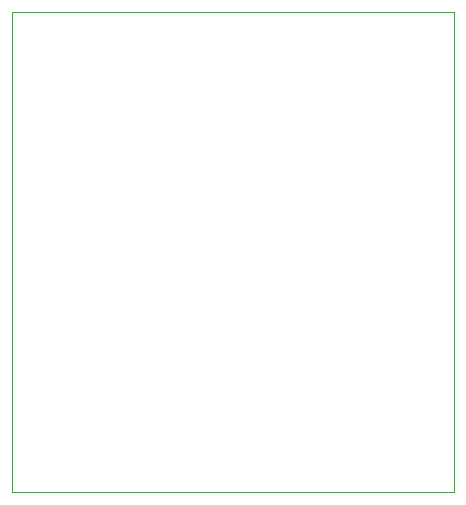
<source format=gbr>
G04 #@! TF.GenerationSoftware,KiCad,Pcbnew,(5.1.4)-1*
G04 #@! TF.CreationDate,2019-11-25T23:53:57+00:00*
G04 #@! TF.ProjectId,KeyPad BCD encoder,4b657950-6164-4204-9243-4420656e636f,rev?*
G04 #@! TF.SameCoordinates,Original*
G04 #@! TF.FileFunction,Profile,NP*
%FSLAX46Y46*%
G04 Gerber Fmt 4.6, Leading zero omitted, Abs format (unit mm)*
G04 Created by KiCad (PCBNEW (5.1.4)-1) date 2019-11-25 23:53:57*
%MOMM*%
%LPD*%
G04 APERTURE LIST*
%ADD10C,0.100000*%
G04 APERTURE END LIST*
D10*
X133350000Y-109220000D02*
X133350000Y-68580000D01*
X170815000Y-109220000D02*
X133350000Y-109220000D01*
X170815000Y-68580000D02*
X170815000Y-109220000D01*
X133350000Y-68580000D02*
X170815000Y-68580000D01*
M02*

</source>
